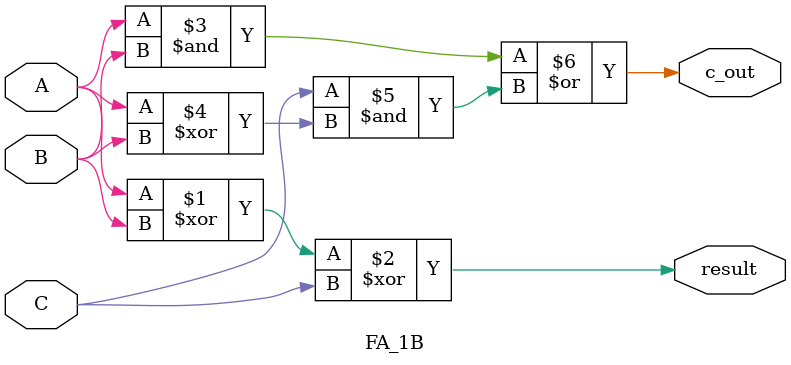
<source format=sv>
`timescale 1ns / 1ps


module FA_1B(
    input   logic A,
    input   logic B,
    input   logic C,
    output  logic result,
    output  logic c_out
    );
    
    assign result   = A^B^C;
    assign c_out    = (A&B)|(C&(A^B));
    
endmodule

</source>
